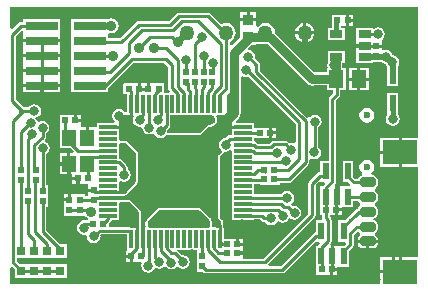
<source format=gtl>
%FSAX25Y25*%
%MOIN*%
G70*
G01*
G75*
G04 Layer_Physical_Order=1*
G04 Layer_Color=255*
%ADD10C,0.05000*%
%ADD11R,0.02165X0.02362*%
%ADD12R,0.05906X0.01181*%
%ADD13R,0.01181X0.05906*%
%ADD14R,0.02362X0.02165*%
%ADD15R,0.04528X0.05512*%
%ADD16R,0.03740X0.03740*%
%ADD17R,0.02165X0.05709*%
%ADD18R,0.02165X0.05709*%
%ADD19R,0.04331X0.02559*%
%ADD20R,0.05118X0.05906*%
%ADD21R,0.02165X0.05709*%
%ADD22R,0.11024X0.02953*%
G04:AMPARAMS|DCode=23|XSize=31.5mil|YSize=51.18mil|CornerRadius=7.87mil|HoleSize=0mil|Usage=FLASHONLY|Rotation=90.000|XOffset=0mil|YOffset=0mil|HoleType=Round|Shape=RoundedRectangle|*
%AMROUNDEDRECTD23*
21,1,0.03150,0.03543,0,0,90.0*
21,1,0.01575,0.05118,0,0,90.0*
1,1,0.01575,0.01772,0.00787*
1,1,0.01575,0.01772,-0.00787*
1,1,0.01575,-0.01772,-0.00787*
1,1,0.01575,-0.01772,0.00787*
%
%ADD23ROUNDEDRECTD23*%
%ADD24R,0.11811X0.08268*%
%ADD25R,0.03150X0.03150*%
%ADD26C,0.01000*%
%ADD27C,0.02000*%
%ADD28C,0.01500*%
%ADD29C,0.01800*%
%ADD30C,0.03000*%
%ADD31C,0.02362*%
%ADD32C,0.03150*%
%ADD33C,0.03500*%
G36*
X0422369Y0279773D02*
X0416925D01*
Y0274938D01*
Y0270106D01*
X0422369D01*
Y0239931D01*
X0416925D01*
Y0235096D01*
X0416426D01*
Y0234597D01*
X0409820D01*
Y0230931D01*
X0286431D01*
Y0236426D01*
X0287078Y0236694D01*
X0287875Y0235896D01*
Y0233077D01*
X0305275D01*
Y0237627D01*
X0289606D01*
X0288599Y0238634D01*
Y0239573D01*
X0305275D01*
Y0244123D01*
X0303108D01*
X0298424Y0248807D01*
Y0256746D01*
X0298983D01*
Y0260092D01*
Y0263854D01*
X0298424D01*
Y0274215D01*
X0298940Y0274560D01*
X0299443Y0275312D01*
X0299619Y0276200D01*
X0299443Y0277088D01*
X0298940Y0277840D01*
X0298188Y0278343D01*
X0298070Y0278366D01*
X0297866Y0279036D01*
X0298065Y0279235D01*
X0298330Y0279632D01*
X0298424Y0280100D01*
X0298424Y0280100D01*
X0298424Y0280100D01*
Y0280100D01*
Y0281182D01*
X0298840Y0281460D01*
X0299343Y0282212D01*
X0299519Y0283100D01*
X0299343Y0283988D01*
X0298840Y0284740D01*
X0298088Y0285243D01*
X0297200Y0285419D01*
X0296312Y0285243D01*
X0296041Y0285061D01*
X0295394Y0285329D01*
X0295343Y0285588D01*
X0294840Y0286340D01*
X0294842Y0286349D01*
X0295388Y0286457D01*
X0296140Y0286960D01*
X0296643Y0287712D01*
X0296819Y0288600D01*
X0296643Y0289488D01*
X0296140Y0290240D01*
X0295388Y0290743D01*
X0294500Y0290919D01*
X0293612Y0290743D01*
X0292860Y0290240D01*
X0292582Y0289824D01*
X0291007D01*
X0290665Y0290165D01*
X0288224Y0292607D01*
Y0313593D01*
X0290030Y0315399D01*
X0290676Y0315131D01*
Y0314824D01*
X0290676Y0314824D01*
X0290676Y0314176D01*
X0290676D01*
Y0312500D01*
X0303100D01*
Y0314176D01*
D01*
Y0314176D01*
X0303100Y0314176D01*
Y0314824D01*
X0303100D01*
Y0319176D01*
X0290676D01*
Y0318224D01*
X0289900D01*
X0289432Y0318130D01*
X0289035Y0317865D01*
X0287078Y0315908D01*
X0286431Y0316176D01*
Y0323269D01*
X0422369D01*
Y0279773D01*
D02*
G37*
%LPC*%
G36*
X0395454Y0235300D02*
X0394073D01*
Y0234017D01*
X0395454D01*
Y0235300D01*
D02*
G37*
G36*
X0415683Y0294728D02*
X0412117D01*
Y0287620D01*
X0412117D01*
X0412117Y0287277D01*
X0411857Y0286888D01*
X0411681Y0286000D01*
X0411857Y0285112D01*
X0412360Y0284360D01*
X0413112Y0283857D01*
X0414000Y0283681D01*
X0414888Y0283857D01*
X0415640Y0284360D01*
X0416143Y0285112D01*
X0416319Y0286000D01*
X0416143Y0286888D01*
X0415670Y0287596D01*
X0415683Y0287620D01*
X0415683D01*
X0415683Y0287620D01*
Y0294728D01*
D02*
G37*
G36*
X0415925Y0239931D02*
X0409820D01*
Y0235597D01*
X0415925D01*
Y0239931D01*
D02*
G37*
G36*
X0405331Y0289682D02*
X0404366Y0289490D01*
X0403549Y0288943D01*
X0403003Y0288126D01*
X0402811Y0287161D01*
X0403003Y0286197D01*
X0403549Y0285380D01*
X0404366Y0284833D01*
X0405331Y0284641D01*
X0406295Y0284833D01*
X0407113Y0285380D01*
X0407659Y0286197D01*
X0407851Y0287161D01*
X0407659Y0288126D01*
X0407113Y0288943D01*
X0406295Y0289490D01*
X0405331Y0289682D01*
D02*
G37*
G36*
X0303100Y0296500D02*
X0297388D01*
Y0294824D01*
X0303100D01*
Y0296500D01*
D02*
G37*
G36*
X0402140Y0298700D02*
X0399381D01*
Y0295547D01*
X0402140D01*
Y0298700D01*
D02*
G37*
G36*
X0310054Y0287283D02*
X0308673D01*
Y0286000D01*
X0310054D01*
Y0287283D01*
D02*
G37*
G36*
X0296388Y0296500D02*
X0290676D01*
Y0294824D01*
X0296388D01*
Y0296500D01*
D02*
G37*
G36*
X0326327Y0239700D02*
X0324946D01*
Y0238417D01*
X0326327D01*
Y0239700D01*
D02*
G37*
G36*
X0305389Y0270595D02*
X0302925D01*
Y0267639D01*
X0305389D01*
Y0270595D01*
D02*
G37*
G36*
X0415925Y0274439D02*
X0409820D01*
Y0270106D01*
X0415925D01*
Y0274439D01*
D02*
G37*
G36*
X0305600Y0260854D02*
X0304317D01*
Y0259473D01*
X0305600D01*
Y0260854D01*
D02*
G37*
G36*
X0308427Y0265700D02*
X0307046D01*
Y0264417D01*
X0308427D01*
Y0265700D01*
D02*
G37*
G36*
X0408887Y0244636D02*
X0406098D01*
Y0242832D01*
X0407370D01*
X0407950Y0242948D01*
X0408442Y0243277D01*
X0408771Y0243769D01*
X0408887Y0244349D01*
Y0244636D01*
D02*
G37*
G36*
X0405098D02*
X0402310D01*
Y0244349D01*
X0402426Y0243769D01*
X0402754Y0243277D01*
X0403246Y0242948D01*
X0403827Y0242832D01*
X0405098D01*
Y0244636D01*
D02*
G37*
G36*
X0305389Y0274550D02*
X0302925D01*
Y0271595D01*
X0305389D01*
Y0274550D01*
D02*
G37*
G36*
X0415925Y0279773D02*
X0409820D01*
Y0275439D01*
X0415925D01*
Y0279773D01*
D02*
G37*
G36*
X0384100Y0317862D02*
X0383765Y0317818D01*
X0382986Y0317495D01*
X0382318Y0316982D01*
X0381805Y0316314D01*
X0381482Y0315535D01*
X0381438Y0315200D01*
X0384100D01*
Y0317862D01*
D02*
G37*
G36*
X0385100D02*
Y0315200D01*
X0387762D01*
X0387718Y0315535D01*
X0387395Y0316314D01*
X0386882Y0316982D01*
X0386214Y0317495D01*
X0385435Y0317818D01*
X0385100Y0317862D01*
D02*
G37*
G36*
X0398373Y0320583D02*
X0393646D01*
Y0317017D01*
X0393648D01*
Y0316160D01*
X0392286D01*
Y0312201D01*
X0398017D01*
Y0316160D01*
X0396605D01*
Y0317017D01*
X0398373D01*
Y0318799D01*
Y0320583D01*
D02*
G37*
G36*
X0352400Y0321424D02*
X0342600D01*
X0342132Y0321330D01*
X0341735Y0321065D01*
X0339293Y0318623D01*
X0329250D01*
X0328782Y0318530D01*
X0328385Y0318265D01*
X0322944Y0312824D01*
X0319084D01*
Y0314152D01*
X0319625Y0314596D01*
X0320100Y0314502D01*
X0321056Y0314692D01*
X0321866Y0315234D01*
X0322408Y0316044D01*
X0322598Y0317000D01*
X0322408Y0317956D01*
X0321866Y0318766D01*
X0321056Y0319308D01*
X0320100Y0319498D01*
X0319144Y0319308D01*
X0318947Y0319176D01*
X0306661D01*
Y0314824D01*
X0306661Y0314824D01*
X0306661Y0314176D01*
X0306661D01*
Y0309824D01*
X0306661Y0309824D01*
X0306661Y0309176D01*
X0306661D01*
Y0304824D01*
X0306661Y0304824D01*
X0306661Y0304176D01*
X0306661D01*
Y0299824D01*
X0306661Y0299824D01*
X0306661Y0299176D01*
X0306661D01*
Y0294824D01*
X0319084D01*
Y0296154D01*
X0327607Y0304677D01*
X0337793D01*
X0339076Y0303393D01*
Y0296397D01*
X0339170Y0295929D01*
X0339435Y0295532D01*
X0339726Y0295240D01*
X0339458Y0294594D01*
X0337754D01*
Y0297883D01*
X0333027D01*
Y0296099D01*
X0332027D01*
Y0297883D01*
X0329873D01*
Y0296099D01*
X0328873D01*
Y0297883D01*
X0324146D01*
Y0294317D01*
X0325446D01*
Y0288341D01*
X0324776Y0288138D01*
X0324440Y0288640D01*
X0323688Y0289143D01*
X0322800Y0289319D01*
X0321912Y0289143D01*
X0321160Y0288640D01*
X0320657Y0287888D01*
X0320481Y0287000D01*
X0320657Y0286112D01*
X0321160Y0285360D01*
X0321363Y0285224D01*
X0321160Y0284554D01*
X0315406D01*
Y0283212D01*
X0315152D01*
Y0283212D01*
X0312688D01*
Y0279755D01*
X0311688D01*
Y0283212D01*
X0310054D01*
Y0283717D01*
X0310054D01*
Y0285000D01*
X0308172D01*
Y0285499D01*
X0307673D01*
Y0287283D01*
X0302946D01*
Y0283717D01*
X0302946D01*
Y0283232D01*
X0302925Y0283212D01*
X0302925D01*
Y0276300D01*
X0306433D01*
X0307536Y0275197D01*
X0307268Y0274550D01*
X0306389D01*
Y0271094D01*
Y0267639D01*
X0307046D01*
Y0266700D01*
X0308928D01*
Y0266201D01*
X0309427D01*
Y0264417D01*
X0312517D01*
Y0264154D01*
X0312517D01*
Y0262773D01*
X0314301D01*
Y0261773D01*
X0312517D01*
Y0260392D01*
Y0260150D01*
X0311383D01*
Y0260854D01*
X0306600D01*
Y0258972D01*
X0306101D01*
Y0258473D01*
X0304317D01*
Y0257092D01*
Y0253746D01*
X0311383D01*
X0311383Y0253746D01*
Y0253746D01*
X0311446Y0253765D01*
X0311734Y0253334D01*
X0312246Y0252992D01*
X0312246Y0252783D01*
X0312246D01*
Y0252409D01*
X0312189Y0252223D01*
X0311000D01*
X0310532Y0252130D01*
X0310135Y0251865D01*
X0310121Y0251845D01*
X0310112Y0251843D01*
X0309360Y0251340D01*
X0308857Y0250588D01*
X0308681Y0249700D01*
X0308857Y0248812D01*
X0309360Y0248060D01*
X0310112Y0247557D01*
X0311000Y0247381D01*
X0311523Y0247485D01*
X0312018Y0246990D01*
X0311981Y0246800D01*
X0312157Y0245912D01*
X0312660Y0245160D01*
X0313412Y0244657D01*
X0314300Y0244481D01*
X0315188Y0244657D01*
X0315940Y0245160D01*
X0316443Y0245912D01*
X0316619Y0246800D01*
X0316522Y0247291D01*
X0316724Y0247494D01*
X0325376D01*
X0325446Y0247424D01*
Y0242406D01*
D01*
Y0242406D01*
X0325022Y0241983D01*
X0324946D01*
Y0240700D01*
X0326828D01*
Y0240201D01*
X0327327D01*
Y0238417D01*
X0329844D01*
X0330288Y0237876D01*
X0330122Y0237042D01*
X0330299Y0236154D01*
X0330802Y0235402D01*
X0331554Y0234899D01*
X0332442Y0234722D01*
X0333329Y0234899D01*
X0334082Y0235402D01*
X0334585Y0236154D01*
D01*
D01*
X0335212Y0236257D01*
Y0236257D01*
X0335212Y0236257D01*
X0336100Y0236081D01*
X0336988Y0236257D01*
X0337688Y0236725D01*
X0338374Y0236588D01*
X0338460Y0236460D01*
X0339212Y0235957D01*
X0340100Y0235781D01*
X0340988Y0235957D01*
X0341740Y0236460D01*
X0341749Y0236473D01*
X0342435Y0236610D01*
X0343112Y0236157D01*
X0344000Y0235981D01*
X0344888Y0236157D01*
X0345640Y0236660D01*
X0346143Y0237412D01*
X0346319Y0238300D01*
X0346143Y0239188D01*
X0345640Y0239940D01*
X0344888Y0240443D01*
X0344000Y0240619D01*
X0343842Y0240588D01*
X0342365Y0242065D01*
X0341968Y0242330D01*
X0341968Y0242330D01*
X0341968D01*
Y0242330D01*
X0341976Y0242406D01*
X0348617D01*
Y0242154D01*
X0348617D01*
Y0238392D01*
Y0235046D01*
X0350551D01*
X0350762Y0234835D01*
X0351159Y0234570D01*
X0351627Y0234476D01*
X0377128D01*
X0377596Y0234570D01*
X0377993Y0234835D01*
X0377993Y0234835D01*
X0377993Y0234835D01*
X0388248Y0245090D01*
X0388277Y0245078D01*
Y0245078D01*
X0388277Y0245078D01*
X0389495D01*
X0389763Y0244431D01*
X0389195Y0243863D01*
X0389100Y0243722D01*
X0388277D01*
Y0236613D01*
X0388346D01*
Y0234017D01*
X0393073D01*
Y0235801D01*
X0393572D01*
Y0236300D01*
X0395454D01*
Y0236613D01*
X0395583Y0236613D01*
D01*
D01*
Y0236613D01*
X0395583D01*
X0395758D01*
X0396078Y0236613D01*
X0396078Y0236613D01*
Y0236613D01*
X0399323D01*
Y0241992D01*
X0400688Y0243357D01*
X0400847Y0243595D01*
X0400953Y0243754D01*
X0401046Y0244222D01*
Y0247316D01*
X0402033Y0248303D01*
X0402730Y0248234D01*
X0402754Y0248198D01*
X0403130Y0247947D01*
Y0247247D01*
X0402754Y0246996D01*
X0402426Y0246504D01*
X0402310Y0245924D01*
Y0245636D01*
X0408887D01*
Y0245924D01*
X0408771Y0246504D01*
X0408442Y0246996D01*
X0408067Y0247247D01*
Y0247947D01*
X0408442Y0248198D01*
X0408771Y0248690D01*
X0408887Y0249270D01*
Y0250845D01*
X0408771Y0251425D01*
X0408442Y0251917D01*
X0407950Y0252246D01*
X0407370Y0252361D01*
Y0252675D01*
X0407950Y0252790D01*
X0408442Y0253119D01*
X0408771Y0253611D01*
X0408887Y0254191D01*
Y0255766D01*
X0408771Y0256347D01*
X0408442Y0256838D01*
X0408067Y0257089D01*
Y0257789D01*
X0408442Y0258040D01*
X0408771Y0258532D01*
X0408887Y0259113D01*
Y0260687D01*
X0408771Y0261268D01*
X0408442Y0261760D01*
X0408067Y0262011D01*
Y0262711D01*
X0408442Y0262962D01*
X0408771Y0263454D01*
X0408887Y0264034D01*
Y0265609D01*
X0408771Y0266189D01*
X0408442Y0266681D01*
X0407950Y0267010D01*
X0407370Y0267125D01*
X0406924D01*
X0406721Y0267795D01*
X0407113Y0268057D01*
X0407659Y0268875D01*
X0407851Y0269839D01*
X0407659Y0270803D01*
X0407113Y0271621D01*
X0406295Y0272167D01*
X0405331Y0272359D01*
X0404366Y0272167D01*
X0403549Y0271621D01*
X0403003Y0270803D01*
X0402811Y0269839D01*
X0403003Y0268875D01*
X0403549Y0268057D01*
X0403827Y0267871D01*
X0403827Y0267302D01*
X0403790Y0267118D01*
X0403246Y0267010D01*
X0402754Y0266681D01*
X0402426Y0266189D01*
X0402397Y0266045D01*
X0401486D01*
X0400823Y0266708D01*
Y0272087D01*
X0397257D01*
Y0264978D01*
X0399093D01*
X0399802Y0264269D01*
X0399534Y0263622D01*
X0397578D01*
X0397578Y0263622D01*
Y0263622D01*
X0397257Y0263622D01*
X0397170D01*
X0397083D01*
X0396762Y0263622D01*
X0396762Y0263622D01*
Y0263622D01*
X0395800D01*
Y0260067D01*
X0394800D01*
Y0263622D01*
X0394929D01*
X0394661Y0264269D01*
X0394708Y0264316D01*
X0394973Y0264713D01*
X0395066Y0265181D01*
X0395066Y0265181D01*
X0395066Y0265181D01*
Y0265181D01*
Y0292236D01*
X0396065Y0293235D01*
X0396330Y0293632D01*
X0396424Y0294100D01*
Y0295547D01*
X0398419D01*
Y0302853D01*
X0397143D01*
Y0304720D01*
X0398017D01*
Y0308680D01*
X0392286D01*
Y0304731D01*
X0392257Y0304688D01*
X0392081Y0303800D01*
X0392257Y0302912D01*
X0392257D01*
X0391901Y0302853D01*
X0391935Y0302858D01*
X0391901Y0302853D01*
X0391901D01*
Y0301643D01*
X0387829D01*
X0374721Y0314751D01*
X0374618Y0315535D01*
X0374295Y0316314D01*
X0373782Y0316982D01*
X0373114Y0317495D01*
X0372335Y0317818D01*
X0371500Y0317928D01*
X0370665Y0317818D01*
X0369886Y0317495D01*
X0369218Y0316982D01*
X0368933Y0316611D01*
X0368270Y0316836D01*
Y0318454D01*
X0363130D01*
Y0316384D01*
X0363130Y0316384D01*
X0363130Y0315816D01*
X0363130D01*
Y0313302D01*
X0360245Y0310417D01*
X0359598Y0310685D01*
Y0311733D01*
X0360014Y0311905D01*
X0360682Y0312418D01*
X0361195Y0313086D01*
X0361518Y0313865D01*
X0361628Y0314700D01*
X0361518Y0315535D01*
X0361195Y0316314D01*
X0360682Y0316982D01*
X0360014Y0317495D01*
X0359235Y0317818D01*
X0358400Y0317928D01*
X0357565Y0317818D01*
X0356821Y0317510D01*
X0353265Y0321065D01*
X0352868Y0321330D01*
X0352400Y0321424D01*
D02*
G37*
G36*
X0409000Y0316519D02*
X0408112Y0316343D01*
X0407673Y0316049D01*
X0407465Y0316160D01*
Y0316160D01*
X0407465Y0316160D01*
X0401735D01*
Y0312201D01*
Y0310940D01*
X0404601D01*
Y0309940D01*
X0401735D01*
Y0308461D01*
Y0304720D01*
X0407465D01*
Y0304946D01*
X0410131D01*
X0410712Y0304557D01*
X0411583Y0304384D01*
X0411657Y0304012D01*
X0412117Y0303324D01*
Y0296872D01*
X0415683D01*
Y0303623D01*
X0415943Y0304012D01*
X0416119Y0304900D01*
X0415943Y0305788D01*
X0415440Y0306540D01*
X0414688Y0307043D01*
X0413965Y0307187D01*
X0413787Y0307364D01*
X0413743Y0307588D01*
X0413240Y0308340D01*
X0412488Y0308843D01*
X0411600Y0309019D01*
X0410824Y0308865D01*
X0410283Y0309309D01*
Y0309673D01*
X0408499D01*
Y0310673D01*
X0410283D01*
Y0312054D01*
X0410283D01*
X0410283Y0312321D01*
X0410640Y0312560D01*
X0411143Y0313312D01*
X0411319Y0314200D01*
X0411143Y0315088D01*
X0410640Y0315840D01*
X0409888Y0316343D01*
X0409000Y0316519D01*
D02*
G37*
G36*
X0365200Y0321524D02*
X0363130D01*
Y0319454D01*
X0365200D01*
Y0321524D01*
D02*
G37*
G36*
X0368270D02*
X0366200D01*
Y0319454D01*
X0368270D01*
Y0321524D01*
D02*
G37*
G36*
X0400754Y0318300D02*
X0399373D01*
Y0317017D01*
X0400754D01*
Y0318300D01*
D02*
G37*
G36*
Y0320583D02*
X0399373D01*
Y0319300D01*
X0400754D01*
Y0320583D01*
D02*
G37*
G36*
X0303100Y0301500D02*
X0290676D01*
Y0299824D01*
X0290676Y0299824D01*
X0290676Y0299176D01*
X0290676D01*
Y0297500D01*
X0303100D01*
Y0299176D01*
D01*
Y0299176D01*
X0303100Y0299176D01*
Y0299824D01*
X0303100D01*
Y0301500D01*
D02*
G37*
G36*
Y0306500D02*
X0290676D01*
Y0304824D01*
X0290676Y0304824D01*
X0290676Y0304176D01*
X0290676D01*
Y0302500D01*
X0303100D01*
Y0304176D01*
D01*
Y0304176D01*
X0303100Y0304176D01*
Y0304824D01*
X0303100D01*
Y0306500D01*
D02*
G37*
G36*
X0405899Y0302853D02*
X0403140D01*
Y0299700D01*
X0405899D01*
Y0302853D01*
D02*
G37*
G36*
Y0298700D02*
X0403140D01*
Y0295547D01*
X0405899D01*
Y0298700D01*
D02*
G37*
G36*
X0402140Y0302853D02*
X0399381D01*
Y0299700D01*
X0402140D01*
Y0302853D01*
D02*
G37*
G36*
X0384100Y0314200D02*
X0381438D01*
X0381482Y0313865D01*
X0381805Y0313086D01*
X0382318Y0312418D01*
X0382986Y0311905D01*
X0383765Y0311582D01*
X0384100Y0311538D01*
Y0314200D01*
D02*
G37*
G36*
X0387762D02*
X0385100D01*
Y0311538D01*
X0385435Y0311582D01*
X0386214Y0311905D01*
X0386882Y0312418D01*
X0387395Y0313086D01*
X0387718Y0313865D01*
X0387762Y0314200D01*
D02*
G37*
G36*
X0303100Y0311500D02*
X0290676D01*
Y0309824D01*
X0290676Y0309824D01*
X0290676Y0309176D01*
X0290676D01*
Y0307500D01*
X0303100D01*
Y0309176D01*
D01*
Y0309176D01*
X0303100Y0309176D01*
Y0309824D01*
X0303100D01*
Y0311500D01*
D02*
G37*
%LPD*%
G36*
X0402426Y0258532D02*
X0402754Y0258040D01*
X0403130Y0257789D01*
Y0257089D01*
X0402754Y0256838D01*
X0402426Y0256347D01*
X0402389Y0256165D01*
X0402110Y0256109D01*
X0401714Y0255844D01*
X0400510Y0254640D01*
X0400461Y0254567D01*
X0398933Y0253039D01*
X0398860Y0252990D01*
X0398056Y0252187D01*
X0395758D01*
Y0245078D01*
X0398034D01*
X0398302Y0244431D01*
X0397592Y0243722D01*
X0396078D01*
X0396078Y0243722D01*
Y0243722D01*
X0395758Y0243722D01*
X0395670D01*
X0395583D01*
X0395263Y0243722D01*
X0395263Y0243722D01*
Y0243722D01*
X0394300D01*
Y0240167D01*
X0393300D01*
Y0243722D01*
X0393428D01*
X0393161Y0244369D01*
X0393208Y0244416D01*
X0393473Y0244813D01*
X0393566Y0245281D01*
Y0252257D01*
X0393473Y0252726D01*
X0393208Y0253123D01*
X0392923Y0253407D01*
Y0253917D01*
X0394573D01*
Y0255701D01*
X0395072D01*
Y0256200D01*
X0396954D01*
Y0256513D01*
X0397083Y0256513D01*
D01*
D01*
Y0256513D01*
X0397083D01*
X0397257D01*
X0397578Y0256513D01*
X0397578Y0256513D01*
Y0256513D01*
X0400823D01*
Y0258677D01*
X0402397D01*
X0402426Y0258532D01*
D02*
G37*
G36*
X0389777Y0264978D02*
Y0264978D01*
X0389777Y0264978D01*
X0390995D01*
X0391263Y0264331D01*
X0390695Y0263763D01*
X0390600Y0263622D01*
X0389777D01*
Y0256513D01*
X0389846D01*
Y0253917D01*
X0390476D01*
Y0252900D01*
X0390511Y0252728D01*
X0390067Y0252187D01*
X0388277D01*
Y0248194D01*
X0387959Y0248130D01*
X0387562Y0247865D01*
X0376621Y0236924D01*
X0372768D01*
X0372500Y0237570D01*
X0387865Y0252935D01*
X0388130Y0253332D01*
X0388224Y0253800D01*
X0388224Y0253800D01*
X0388224Y0253800D01*
Y0253800D01*
Y0263893D01*
X0389446Y0265115D01*
X0389777Y0264978D01*
D02*
G37*
G36*
X0349412Y0255476D02*
X0349412D01*
X0349501Y0255458D01*
X0349501Y0255458D01*
X0349502Y0255458D01*
X0349502Y0255458D01*
X0349541Y0255432D01*
X0349541Y0255432D01*
X0349722Y0255311D01*
X0352638Y0252395D01*
X0352785Y0252175D01*
D01*
Y0252175D01*
X0352837Y0251915D01*
Y0250282D01*
X0352837Y0250282D01*
Y0250282D01*
X0352836Y0250279D01*
Y0250278D01*
X0352836Y0250278D01*
X0352828Y0250237D01*
Y0250202D01*
X0352817Y0250168D01*
X0348197Y0249712D01*
X0346743D01*
X0332391Y0250067D01*
X0332238Y0250253D01*
X0332240Y0250262D01*
Y0250332D01*
Y0251380D01*
Y0251380D01*
X0332274Y0251550D01*
Y0251550D01*
X0332292Y0251640D01*
X0332292Y0251640D01*
X0332292Y0251640D01*
X0332292Y0251640D01*
X0332318Y0251679D01*
X0332318Y0251679D01*
X0332439Y0251860D01*
X0335890Y0255311D01*
X0336110Y0255458D01*
X0336110Y0255458D01*
X0336110D01*
X0336370Y0255510D01*
X0349241D01*
X0349412Y0255476D01*
D02*
G37*
G36*
X0324809Y0277894D02*
X0324809D01*
D01*
X0324820Y0277892D01*
X0324821D01*
X0324821Y0277892D01*
X0324900Y0277876D01*
X0324990Y0277858D01*
X0324990Y0277858D01*
X0324990Y0277858D01*
X0324990Y0277858D01*
X0324990Y0277858D01*
X0325029Y0277832D01*
X0325029Y0277832D01*
X0325029Y0277832D01*
X0325195Y0277721D01*
X0325195Y0277721D01*
X0325195Y0277721D01*
X0325210Y0277711D01*
X0325210Y0277711D01*
X0325210Y0277711D01*
X0328057Y0274864D01*
X0328115Y0274777D01*
X0328204Y0274644D01*
X0328204Y0274644D01*
X0328204Y0274644D01*
Y0274644D01*
X0328221Y0274557D01*
X0328221Y0274557D01*
Y0274557D01*
X0328242Y0274451D01*
X0328242Y0274451D01*
Y0274451D01*
X0328256Y0274384D01*
Y0274384D01*
X0328256Y0274384D01*
Y0271752D01*
X0328269Y0271683D01*
Y0271613D01*
X0328292Y0271500D01*
X0328269Y0271387D01*
Y0271317D01*
X0328256Y0271248D01*
Y0265216D01*
X0328256Y0265216D01*
Y0265216D01*
X0328252Y0265196D01*
Y0265196D01*
X0328252Y0265196D01*
X0328214Y0265008D01*
Y0265008D01*
D01*
X0328204Y0264956D01*
X0328204Y0264956D01*
X0328204Y0264956D01*
X0328204Y0264956D01*
X0328204Y0264955D01*
X0328203Y0264955D01*
X0328203Y0264955D01*
X0328203Y0264955D01*
X0328178Y0264917D01*
X0328177Y0264917D01*
X0328177Y0264916D01*
X0328067Y0264751D01*
X0328067Y0264751D01*
X0328067Y0264751D01*
X0328057Y0264736D01*
X0328057Y0264736D01*
X0328057Y0264736D01*
X0324620Y0261299D01*
X0324400Y0261152D01*
X0324316Y0261135D01*
X0324316Y0261135D01*
X0324140Y0261100D01*
X0322712D01*
Y0261110D01*
X0319058D01*
Y0262110D01*
X0322712D01*
Y0262288D01*
Y0264257D01*
Y0264908D01*
X0323329Y0265238D01*
X0323426Y0265174D01*
X0324313Y0264997D01*
X0325201Y0265174D01*
X0325953Y0265677D01*
X0326456Y0266429D01*
X0326633Y0267317D01*
X0326456Y0268204D01*
X0325953Y0268957D01*
X0325537Y0269235D01*
Y0269887D01*
X0325444Y0270355D01*
X0325178Y0270752D01*
X0323612Y0272318D01*
X0323216Y0272583D01*
X0322747Y0272676D01*
X0322712D01*
Y0272743D01*
Y0274099D01*
Y0276068D01*
Y0276772D01*
X0322821Y0277557D01*
X0322960Y0277892D01*
X0323089D01*
X0323127Y0277887D01*
D01*
X0323127Y0277887D01*
Y0277887D01*
X0323147Y0277892D01*
X0323147D01*
X0323168Y0277891D01*
X0323168Y0277891D01*
Y0277891D01*
X0323185Y0277893D01*
X0323213Y0277902D01*
X0323242D01*
X0323268Y0277907D01*
X0323268Y0277907D01*
X0323282Y0277910D01*
X0323282D01*
X0323282Y0277910D01*
X0324730D01*
X0324809Y0277894D01*
D02*
G37*
G36*
X0364212Y0300057D02*
X0365100Y0299881D01*
X0365842Y0300028D01*
X0381551Y0284318D01*
Y0278142D01*
X0380934Y0277812D01*
X0380888Y0277843D01*
X0380000Y0278019D01*
X0379509Y0277922D01*
X0379090Y0278340D01*
X0378693Y0278605D01*
X0378225Y0278698D01*
X0374251D01*
X0373782Y0278605D01*
X0373386Y0278340D01*
X0372769Y0277724D01*
X0369014D01*
X0368514Y0278223D01*
X0368117Y0278489D01*
X0367649Y0278582D01*
X0367594D01*
Y0279517D01*
X0367846D01*
Y0279517D01*
X0372573D01*
Y0281299D01*
Y0283083D01*
X0367846D01*
D01*
X0367846D01*
X0367594Y0283335D01*
Y0284554D01*
X0361841D01*
X0361573Y0285201D01*
X0362686Y0286314D01*
X0363172Y0287042D01*
X0363343Y0287900D01*
Y0299896D01*
X0363960Y0300225D01*
X0364212Y0300057D01*
D02*
G37*
G36*
X0354418Y0286829D02*
X0354428Y0286725D01*
Y0286620D01*
X0354442Y0286587D01*
X0354445Y0286552D01*
X0354495Y0286459D01*
X0354535Y0286363D01*
X0354571Y0286309D01*
X0354692Y0285700D01*
X0354571Y0285091D01*
X0354225Y0284575D01*
X0353709Y0284229D01*
X0353100Y0284108D01*
X0352748Y0284178D01*
X0352678D01*
X0352609Y0284192D01*
X0352540Y0284178D01*
X0352469D01*
X0352404Y0284151D01*
X0352336Y0284138D01*
X0352277Y0284099D01*
X0352212Y0284072D01*
X0352162Y0284022D01*
X0352104Y0283983D01*
X0349639Y0281518D01*
X0349419Y0281371D01*
X0349326Y0281353D01*
X0343129D01*
X0342962Y0281319D01*
X0339470D01*
X0339071Y0281399D01*
Y0281399D01*
X0339071Y0281399D01*
D01*
X0339001Y0281399D01*
X0338932Y0281413D01*
X0338863Y0281759D01*
Y0281798D01*
X0338869Y0281829D01*
X0338772Y0282317D01*
X0339412Y0282958D01*
X0339678Y0283355D01*
X0339771Y0283823D01*
Y0287288D01*
X0352904D01*
X0354418Y0286829D01*
D02*
G37*
G36*
X0362500Y0294000D02*
Y0287320D01*
X0362460Y0287260D01*
X0360300Y0285100D01*
Y0284554D01*
X0360288D01*
Y0283764D01*
X0363942D01*
Y0282764D01*
X0360288D01*
Y0281973D01*
Y0280550D01*
X0359727D01*
X0359259Y0280457D01*
X0358862Y0280192D01*
X0358358Y0279688D01*
X0358200Y0279719D01*
X0357312Y0279543D01*
X0356560Y0279040D01*
X0356057Y0278288D01*
X0355881Y0277400D01*
X0356057Y0276512D01*
X0356560Y0275760D01*
X0357065Y0275423D01*
X0357054Y0275403D01*
X0357050Y0275392D01*
X0357049Y0275391D01*
X0357049Y0275391D01*
X0357044Y0275376D01*
X0357044Y0275376D01*
X0356961Y0275128D01*
X0356960Y0275127D01*
X0356958Y0275120D01*
X0356957Y0275116D01*
X0356953Y0275105D01*
X0356952Y0275102D01*
X0356951Y0275099D01*
X0356949Y0275096D01*
X0356949Y0275096D01*
X0356949Y0275094D01*
X0356948Y0275093D01*
X0356948Y0275093D01*
X0356948Y0275093D01*
X0356938Y0275062D01*
X0356937Y0275058D01*
X0356929Y0275043D01*
X0356925Y0275034D01*
X0356923Y0275032D01*
X0356919Y0275025D01*
X0356919Y0275024D01*
X0356919Y0275024D01*
X0356915Y0275020D01*
X0356915Y0275020D01*
X0356915Y0275020D01*
X0356913Y0275018D01*
X0356912Y0275015D01*
X0356910Y0275013D01*
X0356910Y0275013D01*
X0356898Y0274998D01*
X0355909Y0274009D01*
X0355700Y0273800D01*
Y0273504D01*
Y0253099D01*
Y0253096D01*
Y0252800D01*
X0355909Y0252591D01*
X0356658Y0251842D01*
X0356661Y0251836D01*
X0356704Y0251795D01*
X0356722Y0251766D01*
X0356722Y0251766D01*
X0356730Y0251754D01*
D01*
X0356730Y0251754D01*
X0356732Y0251752D01*
X0356732Y0251752D01*
X0356732Y0251752D01*
X0356737Y0251746D01*
X0356740Y0251739D01*
X0356774Y0251689D01*
X0356776Y0251687D01*
X0356776Y0251687D01*
X0356798Y0251633D01*
X0356799Y0251631D01*
X0356799Y0251630D01*
Y0251562D01*
X0356800Y0251559D01*
Y0250078D01*
X0356430Y0249742D01*
X0353874Y0249995D01*
X0353626Y0250044D01*
X0353552Y0250069D01*
X0353528Y0250098D01*
X0353536Y0250139D01*
X0353537Y0250143D01*
D01*
X0353550Y0250212D01*
Y0251985D01*
X0353537Y0252054D01*
D01*
X0353485Y0252314D01*
X0353485D01*
X0353485Y0252314D01*
D01*
X0353457Y0252453D01*
X0353431Y0252493D01*
Y0252493D01*
X0353393Y0252549D01*
X0353378Y0252571D01*
Y0252571D01*
X0353231Y0252792D01*
D01*
X0353192Y0252850D01*
X0350177Y0255865D01*
X0349938Y0256025D01*
X0349898Y0256051D01*
X0349898D01*
X0349898Y0256051D01*
D01*
X0349898D01*
X0349780Y0256130D01*
X0349641Y0256158D01*
D01*
X0349551Y0256176D01*
X0349312Y0256224D01*
X0336300D01*
X0336231Y0256210D01*
D01*
X0335971Y0256158D01*
D01*
X0335832Y0256130D01*
X0335714Y0256051D01*
X0335714D01*
X0335493Y0255904D01*
D01*
X0335435Y0255865D01*
X0335385Y0255816D01*
X0331934Y0252365D01*
X0331885Y0252315D01*
X0331725Y0252076D01*
X0331698Y0252036D01*
Y0252036D01*
X0331698Y0252036D01*
D01*
Y0252036D01*
X0331620Y0251918D01*
X0331592Y0251779D01*
D01*
X0331574Y0251689D01*
X0331526Y0251450D01*
Y0251380D01*
Y0250332D01*
Y0250262D01*
X0331535Y0250218D01*
X0331247Y0249809D01*
X0330594Y0249712D01*
X0331173D01*
Y0246058D01*
X0330173D01*
Y0249712D01*
X0329928D01*
Y0254825D01*
X0329928Y0254825D01*
Y0254825D01*
X0329928D01*
X0329928Y0254825D01*
Y0254895D01*
X0329915Y0254964D01*
X0329915Y0254964D01*
X0329881Y0255134D01*
Y0255134D01*
Y0255134D01*
X0329880Y0255140D01*
X0329835Y0255363D01*
X0329756Y0255482D01*
Y0255482D01*
X0329609Y0255702D01*
D01*
X0329570Y0255760D01*
X0326665Y0258665D01*
X0326426Y0258825D01*
X0326426Y0258825D01*
X0326386Y0258852D01*
X0326386Y0258852D01*
X0326268Y0258930D01*
X0326129Y0258958D01*
X0326129Y0258958D01*
X0326039Y0258976D01*
X0326039D01*
D01*
X0325869Y0259010D01*
D01*
X0325800Y0259023D01*
X0323212D01*
X0323102Y0259002D01*
X0323085Y0259000D01*
X0322949Y0259121D01*
X0322792Y0259606D01*
X0322712Y0260010D01*
Y0259142D01*
X0319058D01*
Y0260142D01*
X0322712D01*
Y0260320D01*
Y0260387D01*
X0324210D01*
X0324279Y0260400D01*
D01*
X0324455Y0260435D01*
X0324455Y0260435D01*
X0324678Y0260480D01*
X0325075Y0260745D01*
X0328611Y0264281D01*
X0328650Y0264339D01*
X0328650Y0264339D01*
X0328660Y0264354D01*
X0328771Y0264520D01*
X0328771Y0264520D01*
X0328797Y0264559D01*
X0328797Y0264559D01*
X0328797Y0264560D01*
D01*
Y0264560D01*
X0328876Y0264678D01*
X0328904Y0264817D01*
D01*
X0328914Y0264868D01*
X0328952Y0265057D01*
X0328956Y0265077D01*
Y0265077D01*
X0328969Y0265146D01*
Y0271248D01*
X0329019Y0271500D01*
X0328969Y0271752D01*
Y0274454D01*
X0328956Y0274523D01*
Y0274523D01*
X0328942Y0274590D01*
X0328921Y0274696D01*
X0328921D01*
X0328921Y0274696D01*
D01*
X0328904Y0274783D01*
X0328904Y0274783D01*
X0328904Y0274783D01*
Y0274783D01*
X0328904Y0274783D01*
X0328876Y0274922D01*
X0328833Y0274987D01*
X0328833Y0274987D01*
X0328808Y0275024D01*
X0328797Y0275040D01*
D01*
D01*
X0328797Y0275041D01*
X0328797Y0275041D01*
X0328797Y0275041D01*
Y0275041D01*
D01*
D01*
D01*
D01*
D01*
X0328797Y0275041D01*
X0328708Y0275174D01*
X0328611Y0275319D01*
X0325665Y0278265D01*
X0325607Y0278304D01*
X0325607Y0278304D01*
X0325591Y0278314D01*
X0325426Y0278425D01*
X0325426Y0278425D01*
X0325387Y0278451D01*
X0325387Y0278451D01*
X0325268Y0278530D01*
X0325129Y0278558D01*
X0325129Y0278558D01*
X0325039Y0278576D01*
X0325039D01*
X0325039Y0278576D01*
X0324960Y0278592D01*
X0324960D01*
D01*
X0324948Y0278594D01*
X0324948D01*
X0324948Y0278594D01*
X0324948D01*
X0324869Y0278610D01*
X0324869D01*
X0324800Y0278624D01*
X0323212D01*
X0323143Y0278610D01*
X0323143D01*
X0323128Y0278607D01*
X0323103Y0278602D01*
X0323085Y0278600D01*
X0322888Y0278776D01*
X0322712Y0279319D01*
Y0280005D01*
Y0281973D01*
Y0282764D01*
X0319058D01*
Y0283764D01*
X0322712D01*
Y0284554D01*
X0322700D01*
Y0287300D01*
X0325446D01*
Y0287288D01*
X0326236D01*
Y0290942D01*
X0327236D01*
Y0287288D01*
X0327462D01*
X0327697Y0286847D01*
X0327457Y0286488D01*
X0327281Y0285600D01*
X0327457Y0284712D01*
X0327960Y0283960D01*
X0328712Y0283457D01*
X0329600Y0283281D01*
X0329970Y0283354D01*
X0330385Y0283076D01*
X0330557Y0282212D01*
X0331060Y0281460D01*
X0331812Y0280957D01*
X0332700Y0280781D01*
X0333588Y0280957D01*
X0333934Y0281189D01*
X0334396Y0280997D01*
X0334407Y0280942D01*
X0334910Y0280189D01*
X0335662Y0279686D01*
X0336550Y0279510D01*
X0337437Y0279686D01*
X0338190Y0280189D01*
X0338469Y0280607D01*
X0338932Y0280699D01*
Y0280699D01*
X0338932Y0280699D01*
X0339400Y0280606D01*
X0349229D01*
X0349697Y0280699D01*
X0350094Y0280964D01*
X0352609Y0283478D01*
X0353100Y0283381D01*
X0353988Y0283557D01*
X0354740Y0284060D01*
X0355243Y0284812D01*
X0355419Y0285700D01*
X0355243Y0286588D01*
X0355128Y0286759D01*
X0355364Y0287200D01*
X0357600D01*
X0358700Y0288300D01*
Y0293800D01*
X0360700Y0295800D01*
X0362500Y0294000D01*
D02*
G37*
G36*
X0385314Y0297814D02*
X0385314D01*
X0385314Y0297814D01*
X0385314D01*
X0385314Y0297814D01*
Y0297814D01*
X0385314Y0297814D01*
Y0297814D01*
X0386042Y0297328D01*
X0386277Y0297281D01*
X0386312Y0297257D01*
X0387200Y0297081D01*
X0387583Y0297157D01*
X0391901D01*
Y0295547D01*
X0393976D01*
Y0294607D01*
X0392977Y0293608D01*
X0392712Y0293211D01*
X0392619Y0292742D01*
Y0272087D01*
X0389777D01*
Y0268224D01*
X0389600D01*
X0389132Y0268130D01*
X0388973Y0268024D01*
X0388735Y0267865D01*
X0386135Y0265265D01*
X0385870Y0264868D01*
X0385776Y0264400D01*
Y0254307D01*
X0370893Y0239423D01*
X0364054D01*
Y0239517D01*
X0364054D01*
Y0240800D01*
X0362172D01*
Y0241800D01*
X0364054D01*
Y0242417D01*
Y0243700D01*
X0362172D01*
Y0244199D01*
X0361673D01*
Y0245983D01*
X0357554D01*
Y0249712D01*
X0357554D01*
X0357459Y0249805D01*
X0357459Y0249805D01*
X0357483Y0249924D01*
X0357513Y0250043D01*
X0357510Y0250061D01*
X0357514Y0250078D01*
Y0251559D01*
X0357513Y0251562D01*
X0357513D01*
X0357513Y0251562D01*
Y0251630D01*
X0357512Y0251635D01*
X0357513Y0251639D01*
X0357499Y0251704D01*
X0357499Y0251770D01*
X0357472Y0251835D01*
X0357468Y0251857D01*
X0357468Y0251860D01*
X0357468Y0251860D01*
X0357467Y0251861D01*
X0357459Y0251904D01*
X0357457Y0251906D01*
X0357457Y0251906D01*
X0357456Y0251909D01*
X0357455Y0251912D01*
X0357455Y0251912D01*
X0357454Y0251914D01*
X0357435Y0251960D01*
X0357435Y0251960D01*
X0357435Y0251960D01*
X0357435Y0251960D01*
X0357405Y0252004D01*
X0357399Y0252014D01*
X0357397Y0252019D01*
X0357396Y0252020D01*
X0357393Y0252027D01*
X0357391Y0252030D01*
X0357389Y0252031D01*
X0357367Y0252085D01*
X0357344Y0252120D01*
X0357344Y0252120D01*
X0357334Y0252135D01*
X0357334Y0252135D01*
X0357334Y0252135D01*
X0357333Y0252137D01*
Y0252137D01*
X0357325Y0252149D01*
X0357325Y0252149D01*
X0357325Y0252149D01*
X0357306Y0252178D01*
X0357263Y0252224D01*
X0357253Y0252239D01*
X0357247Y0252245D01*
X0357244Y0252248D01*
X0357242Y0252251D01*
X0357240Y0252252D01*
X0357227Y0252271D01*
X0357227Y0252271D01*
X0357222Y0252274D01*
X0357193Y0252315D01*
X0357168Y0252338D01*
X0357163Y0252347D01*
X0356414Y0253096D01*
Y0253099D01*
Y0273504D01*
X0357402Y0274493D01*
X0357421Y0274521D01*
X0357447Y0274542D01*
X0357459Y0274557D01*
X0357460Y0274557D01*
X0357460Y0274558D01*
X0357463Y0274564D01*
X0357465Y0274565D01*
X0357466Y0274567D01*
X0357466Y0274567D01*
X0357467Y0274568D01*
X0357469Y0274570D01*
X0357469Y0274570D01*
X0357469Y0274570D01*
X0357470Y0274572D01*
X0357500Y0274628D01*
X0357537Y0274672D01*
X0357538Y0274672D01*
X0357538Y0274673D01*
X0357545Y0274681D01*
X0357549Y0274689D01*
X0357549Y0274690D01*
X0357552Y0274693D01*
X0357556Y0274702D01*
X0357557Y0274704D01*
X0357559Y0274706D01*
X0357567Y0274721D01*
X0357586Y0274783D01*
X0357595Y0274800D01*
X0357614Y0274833D01*
X0357624Y0274862D01*
X0357624Y0274862D01*
X0357624Y0274862D01*
X0357624Y0274862D01*
X0357624Y0274864D01*
Y0274864D01*
X0357624Y0274864D01*
X0357624Y0274864D01*
X0357624Y0274864D01*
X0357625Y0274865D01*
D01*
D01*
D01*
Y0274865D01*
X0357625Y0274865D01*
X0357625Y0274867D01*
X0357626Y0274867D01*
X0357629Y0274879D01*
X0357630D01*
X0357629Y0274879D01*
X0357631Y0274882D01*
X0357632Y0274884D01*
X0357632Y0274886D01*
X0357632D01*
X0357632Y0274886D01*
X0357720Y0275147D01*
X0358064Y0275108D01*
X0358200Y0275081D01*
X0359088Y0275257D01*
X0359671Y0275647D01*
X0360288Y0275317D01*
Y0274099D01*
Y0272131D01*
Y0270162D01*
Y0268194D01*
Y0266225D01*
Y0264257D01*
Y0262288D01*
Y0260320D01*
Y0258351D01*
Y0256383D01*
Y0254414D01*
Y0252446D01*
X0367594D01*
Y0252513D01*
X0369757D01*
X0370235Y0252035D01*
X0370632Y0251770D01*
X0371100Y0251677D01*
X0371482D01*
X0371760Y0251260D01*
X0372512Y0250757D01*
X0373400Y0250581D01*
X0374288Y0250757D01*
X0375040Y0251260D01*
X0375543Y0252012D01*
X0375543D01*
D01*
X0376412Y0251557D01*
X0376412Y0251557D01*
X0376412Y0251557D01*
X0377300Y0251381D01*
X0378188Y0251557D01*
X0378940Y0252060D01*
X0379443Y0252812D01*
X0380137Y0252674D01*
X0380312Y0252557D01*
X0381200Y0252381D01*
X0382088Y0252557D01*
X0382840Y0253060D01*
X0383343Y0253812D01*
X0383519Y0254700D01*
X0383343Y0255588D01*
X0382840Y0256340D01*
X0382088Y0256843D01*
X0381200Y0257019D01*
X0380458Y0256872D01*
X0379865Y0257465D01*
X0379865Y0257618D01*
X0380440Y0258002D01*
X0380943Y0258754D01*
X0381119Y0259642D01*
X0380943Y0260529D01*
X0380440Y0261282D01*
X0379688Y0261785D01*
X0378800Y0261961D01*
X0377912Y0261785D01*
X0377160Y0261282D01*
X0376882Y0260865D01*
X0367594D01*
Y0262288D01*
Y0264257D01*
Y0264324D01*
X0369246D01*
Y0264017D01*
X0376354D01*
Y0264676D01*
X0379200D01*
X0379668Y0264770D01*
X0380065Y0265035D01*
X0385765Y0270735D01*
X0386030Y0271132D01*
X0386123Y0271600D01*
Y0272442D01*
X0386741Y0272772D01*
X0386912Y0272657D01*
X0387800Y0272481D01*
X0388688Y0272657D01*
X0389440Y0273160D01*
X0389943Y0273912D01*
X0390119Y0274800D01*
X0389943Y0275688D01*
X0389440Y0276440D01*
X0389124Y0276652D01*
Y0283182D01*
X0389540Y0283460D01*
X0390043Y0284212D01*
X0390219Y0285100D01*
X0390043Y0285988D01*
X0389540Y0286740D01*
X0388788Y0287243D01*
X0387900Y0287419D01*
X0387012Y0287243D01*
X0386260Y0286740D01*
X0386098Y0286498D01*
X0385401Y0286429D01*
X0369724Y0302107D01*
Y0304100D01*
X0369630Y0304568D01*
X0369365Y0304965D01*
X0368038Y0306292D01*
X0368119Y0306700D01*
X0367943Y0307588D01*
X0367440Y0308340D01*
X0366688Y0308843D01*
X0365800Y0309019D01*
X0365588Y0309416D01*
X0366848Y0310676D01*
X0368270D01*
Y0311057D01*
X0372071D01*
X0385314Y0297814D01*
D02*
G37*
G36*
X0325900Y0258276D02*
X0325900D01*
D01*
X0325990Y0258258D01*
X0325990Y0258258D01*
X0325990Y0258258D01*
X0325990Y0258258D01*
X0326029Y0258232D01*
X0326029Y0258232D01*
X0326029Y0258232D01*
X0326210Y0258111D01*
X0329015Y0255306D01*
X0329163Y0255085D01*
X0329180Y0255001D01*
X0329180Y0255000D01*
Y0255000D01*
X0329181Y0254995D01*
X0329181Y0254995D01*
X0329215Y0254825D01*
Y0254825D01*
X0329215Y0254825D01*
X0329215Y0254825D01*
Y0249712D01*
X0329205D01*
Y0246058D01*
X0328205D01*
Y0249712D01*
X0326554D01*
X0326351Y0249848D01*
X0325883Y0249941D01*
X0319354D01*
Y0251124D01*
X0319924Y0251694D01*
X0320189Y0252091D01*
X0320260Y0252446D01*
X0322712D01*
Y0254414D01*
Y0256383D01*
Y0257170D01*
X0322822Y0257960D01*
X0322959Y0258293D01*
X0323089D01*
X0323127Y0258287D01*
D01*
X0323127Y0258287D01*
X0323127Y0258287D01*
X0323148Y0258293D01*
X0323148D01*
X0323169Y0258291D01*
D01*
X0323169Y0258291D01*
Y0258291D01*
X0323186Y0258293D01*
X0323213Y0258302D01*
X0323242D01*
X0323282Y0258310D01*
X0325730D01*
X0325900Y0258276D01*
D02*
G37*
%LPC*%
G36*
X0396954Y0255200D02*
X0395573D01*
Y0253917D01*
X0396954D01*
Y0255200D01*
D02*
G37*
G36*
X0374954Y0283083D02*
X0373573D01*
Y0281800D01*
X0374954D01*
Y0283083D01*
D02*
G37*
G36*
X0364054Y0245983D02*
X0362673D01*
Y0244700D01*
X0364054D01*
Y0245983D01*
D02*
G37*
G36*
X0374954Y0280800D02*
X0373573D01*
Y0279517D01*
X0374954D01*
Y0280800D01*
D02*
G37*
%LPD*%
D10*
X0384600Y0314700D02*
D03*
X0371500D02*
D03*
X0358400D02*
D03*
X0345300D02*
D03*
D11*
X0314300Y0262273D02*
D03*
Y0258927D02*
D03*
X0290100Y0265727D02*
D03*
Y0269073D02*
D03*
X0294900Y0265727D02*
D03*
Y0269073D02*
D03*
X0292400Y0258627D02*
D03*
Y0261973D02*
D03*
X0297200Y0258627D02*
D03*
Y0261973D02*
D03*
X0306100Y0255627D02*
D03*
Y0258973D02*
D03*
X0309600D02*
D03*
Y0255627D02*
D03*
X0345100Y0298227D02*
D03*
Y0301573D02*
D03*
X0348000Y0298227D02*
D03*
Y0301573D02*
D03*
X0350900Y0298227D02*
D03*
Y0301573D02*
D03*
X0353800Y0298227D02*
D03*
Y0301573D02*
D03*
X0350400Y0236927D02*
D03*
Y0240273D02*
D03*
X0408500Y0306827D02*
D03*
Y0310173D02*
D03*
D12*
X0319059Y0271453D02*
D03*
X0363941Y0275390D02*
D03*
Y0277358D02*
D03*
Y0271453D02*
D03*
X0319059Y0269484D02*
D03*
X0363941Y0267516D02*
D03*
Y0253736D02*
D03*
Y0261610D02*
D03*
X0319059Y0279327D02*
D03*
Y0277358D02*
D03*
Y0283264D02*
D03*
Y0261610D02*
D03*
Y0259642D02*
D03*
Y0265547D02*
D03*
Y0263579D02*
D03*
Y0273421D02*
D03*
Y0255705D02*
D03*
Y0267516D02*
D03*
X0363941Y0269484D02*
D03*
X0319059Y0257673D02*
D03*
X0363941Y0283264D02*
D03*
X0319059Y0275390D02*
D03*
Y0281295D02*
D03*
Y0253736D02*
D03*
X0363941Y0279327D02*
D03*
Y0281295D02*
D03*
Y0255705D02*
D03*
Y0259642D02*
D03*
Y0257673D02*
D03*
Y0263579D02*
D03*
Y0265547D02*
D03*
Y0273421D02*
D03*
D13*
X0330673Y0290941D02*
D03*
X0334610D02*
D03*
X0332642D02*
D03*
X0338547Y0246059D02*
D03*
X0332642D02*
D03*
X0330673D02*
D03*
X0344453Y0290941D02*
D03*
Y0246059D02*
D03*
X0352327D02*
D03*
X0348390D02*
D03*
Y0290941D02*
D03*
X0350358Y0246059D02*
D03*
X0336579D02*
D03*
X0340516D02*
D03*
X0342484D02*
D03*
X0346421D02*
D03*
X0354295D02*
D03*
X0356264D02*
D03*
X0354295Y0290941D02*
D03*
X0350358D02*
D03*
X0352327D02*
D03*
X0340516D02*
D03*
X0342484D02*
D03*
X0326736D02*
D03*
X0334610Y0246059D02*
D03*
X0346421Y0290941D02*
D03*
X0336579D02*
D03*
X0338547D02*
D03*
X0356264D02*
D03*
X0328705Y0246059D02*
D03*
X0326736D02*
D03*
X0328705Y0290941D02*
D03*
D14*
X0362173Y0241300D02*
D03*
X0358827D02*
D03*
X0314127Y0251000D02*
D03*
X0317473D02*
D03*
X0312273Y0266200D02*
D03*
X0308927D02*
D03*
X0308173Y0285500D02*
D03*
X0304827D02*
D03*
X0335873Y0296100D02*
D03*
X0332527D02*
D03*
X0326027D02*
D03*
X0329373D02*
D03*
X0369727Y0281300D02*
D03*
X0373073D02*
D03*
X0371127Y0265800D02*
D03*
X0374473D02*
D03*
X0371127Y0268800D02*
D03*
X0374473D02*
D03*
X0395073Y0255700D02*
D03*
X0391727D02*
D03*
X0393573Y0235800D02*
D03*
X0390227D02*
D03*
X0362173Y0244200D02*
D03*
X0358827D02*
D03*
X0330173Y0240200D02*
D03*
X0326827D02*
D03*
X0398873Y0318800D02*
D03*
X0395527D02*
D03*
D15*
X0312188Y0271094D02*
D03*
Y0279756D02*
D03*
X0305889D02*
D03*
Y0271094D02*
D03*
D16*
X0365700Y0313246D02*
D03*
Y0318954D02*
D03*
D17*
X0391560Y0260068D02*
D03*
X0390060Y0240168D02*
D03*
D18*
X0395300Y0260068D02*
D03*
X0399040D02*
D03*
Y0268532D02*
D03*
X0391560D02*
D03*
X0393800Y0240168D02*
D03*
X0397540D02*
D03*
Y0248632D02*
D03*
X0390060D02*
D03*
D19*
X0404600Y0306700D02*
D03*
Y0310440D02*
D03*
Y0314180D02*
D03*
X0395151D02*
D03*
Y0306700D02*
D03*
D20*
X0402640Y0299200D02*
D03*
X0395160D02*
D03*
D21*
X0413900Y0291174D02*
D03*
Y0300426D02*
D03*
D22*
X0312872Y0297000D02*
D03*
X0296888D02*
D03*
X0312872Y0302000D02*
D03*
X0296888D02*
D03*
X0312872Y0307000D02*
D03*
X0296888D02*
D03*
X0312872Y0312000D02*
D03*
X0296888D02*
D03*
X0312872Y0317000D02*
D03*
X0296888D02*
D03*
D23*
X0405598Y0264821D02*
D03*
Y0254979D02*
D03*
Y0250058D02*
D03*
Y0245136D02*
D03*
Y0259900D02*
D03*
D24*
X0416425Y0274939D02*
D03*
Y0235097D02*
D03*
D25*
X0290150Y0241848D02*
D03*
Y0235352D02*
D03*
X0294433D02*
D03*
Y0241848D02*
D03*
X0298717D02*
D03*
Y0235352D02*
D03*
X0303000D02*
D03*
Y0241848D02*
D03*
D26*
X0393573Y0235800D02*
Y0239941D01*
X0390227Y0235800D02*
Y0240001D01*
X0388428Y0247000D02*
X0390200D01*
X0377128Y0235700D02*
X0388428Y0247000D01*
X0351627Y0235700D02*
X0377128D01*
X0350400Y0236927D02*
X0351627Y0235700D01*
X0395073Y0255700D02*
Y0259841D01*
X0391727Y0255700D02*
Y0259901D01*
X0382775Y0272651D02*
Y0284825D01*
X0378924Y0268800D02*
X0382775Y0272651D01*
X0374473Y0268800D02*
X0378924D01*
X0365150Y0302250D02*
X0365350D01*
X0382775Y0284825D01*
X0370932Y0268800D02*
X0371332Y0268400D01*
X0369000Y0268800D02*
X0370932D01*
X0367716Y0267516D02*
X0369000Y0268800D01*
X0363941Y0267516D02*
X0367716D01*
X0365288Y0306688D02*
X0365912D01*
X0368500Y0304100D01*
Y0301600D02*
Y0304100D01*
Y0301600D02*
X0384900Y0285200D01*
Y0271600D02*
Y0285200D01*
X0379200Y0265900D02*
X0384900Y0271600D01*
X0374473Y0265900D02*
X0379200D01*
X0367903Y0274700D02*
X0375400D01*
X0367213Y0275390D02*
X0367903Y0274700D01*
X0363941Y0275390D02*
X0367213D01*
X0373276Y0276500D02*
X0374251Y0277475D01*
X0368507Y0276500D02*
X0373276D01*
X0367649Y0277358D02*
X0368507Y0276500D01*
X0363941Y0277358D02*
X0367649D01*
X0378225Y0277475D02*
X0380000Y0275700D01*
X0374251Y0277475D02*
X0378225D01*
X0377500Y0272300D02*
X0377519D01*
X0376653Y0271453D02*
X0377500Y0272300D01*
X0373400Y0271453D02*
X0376653D01*
X0363941D02*
X0375053D01*
X0363941Y0265547D02*
X0370484D01*
X0356675Y0296871D02*
Y0310949D01*
X0349124Y0318500D02*
X0356675Y0310949D01*
X0354295Y0290941D02*
Y0294491D01*
X0356675Y0296871D01*
X0343800Y0318500D02*
X0349124D01*
X0340800Y0315500D02*
X0343800Y0318500D01*
X0330425Y0315500D02*
X0340800D01*
X0326100Y0311175D02*
X0330425Y0315500D01*
X0326100Y0308100D02*
Y0311175D01*
X0319600Y0301600D02*
X0326100Y0308100D01*
X0310092Y0301600D02*
X0319600D01*
X0356264Y0290941D02*
Y0294056D01*
X0358375Y0296166D01*
Y0314225D01*
X0352400Y0320200D02*
X0358375Y0314225D01*
X0342600Y0320200D02*
X0352400D01*
X0339800Y0317400D02*
X0342600Y0320200D01*
X0329250Y0317400D02*
X0339800D01*
X0323450Y0311600D02*
X0329250Y0317400D01*
X0310092Y0311600D02*
X0323450D01*
X0336324Y0281600D02*
X0338547Y0283823D01*
X0343129Y0280129D02*
X0351453D01*
X0341400Y0278400D02*
X0343129Y0280129D01*
X0339400Y0281829D02*
X0349229D01*
X0351453Y0280129D02*
X0354588Y0283264D01*
X0355100D01*
X0349229Y0281829D02*
X0353100Y0285700D01*
X0331300Y0278400D02*
X0341400D01*
X0336300Y0281600D02*
X0336324D01*
X0338547Y0283823D02*
Y0290941D01*
X0329900Y0286500D02*
X0330673Y0287273D01*
X0326736Y0282964D02*
X0331300Y0278400D01*
X0326736Y0282964D02*
Y0290941D01*
X0322557Y0287143D02*
X0326736Y0282964D01*
X0332642Y0283158D02*
Y0290941D01*
X0336579Y0287379D02*
Y0290941D01*
X0335800Y0286600D02*
X0336579Y0287379D01*
X0327746Y0265146D02*
Y0274454D01*
X0324210Y0261610D02*
X0327746Y0265146D01*
X0322747Y0271453D02*
X0324313Y0269887D01*
Y0267317D02*
Y0269887D01*
X0332750Y0250262D02*
X0352277D01*
X0352327Y0250212D02*
Y0251985D01*
X0349312Y0255000D02*
X0352327Y0251985D01*
X0336300Y0255000D02*
X0349312D01*
X0332750Y0251450D02*
X0336300Y0255000D01*
X0332750Y0250262D02*
Y0251450D01*
X0330673Y0246059D02*
Y0261100D01*
X0328705Y0246059D02*
Y0254895D01*
X0325800Y0257800D02*
X0328705Y0254895D01*
X0323212Y0257800D02*
X0325800D01*
X0354700Y0252016D02*
X0356200Y0250516D01*
Y0246123D02*
Y0250516D01*
X0354700Y0252016D02*
Y0278224D01*
X0359740Y0283264D01*
X0363941D01*
X0326736Y0246059D02*
Y0247864D01*
X0325883Y0248717D02*
X0326736Y0247864D01*
X0316217Y0248717D02*
X0325883D01*
X0314300Y0246800D02*
X0316217Y0248717D01*
X0319059Y0259642D02*
X0329215D01*
X0319059Y0261610D02*
X0324210D01*
X0329215Y0259642D02*
X0330673Y0261100D01*
X0323212Y0277400D02*
X0324800D01*
X0327746Y0274454D01*
X0340400Y0313400D02*
X0341100Y0312700D01*
X0332900Y0313400D02*
X0340400D01*
X0329200Y0309700D02*
X0332900Y0313400D01*
X0347900Y0311000D02*
X0350300Y0313400D01*
X0347900Y0302373D02*
Y0311000D01*
X0371100Y0252900D02*
X0373400D01*
X0370264Y0253736D02*
X0371100Y0252900D01*
X0363941Y0253736D02*
X0370264D01*
X0363941Y0257673D02*
X0376727D01*
X0377800Y0256600D01*
X0379000D01*
X0380800Y0254800D01*
X0381300D01*
X0377500Y0253900D02*
X0378300D01*
X0375695Y0255705D02*
X0377500Y0253900D01*
X0363941Y0255705D02*
X0375695D01*
X0356200Y0245572D02*
X0356264Y0245636D01*
X0356200Y0245000D02*
Y0245572D01*
Y0245000D02*
X0357000Y0244200D01*
X0358123D01*
X0356200Y0246123D02*
X0356264Y0246059D01*
X0386973Y0232500D02*
X0409228D01*
X0414092Y0238592D02*
Y0246279D01*
X0411825Y0236325D02*
X0414092Y0238592D01*
X0411825Y0235097D02*
Y0236325D01*
X0310192Y0307000D02*
X0319900D01*
X0334300Y0309600D02*
X0338400D01*
X0342325Y0305675D01*
X0365800Y0241300D02*
X0367200Y0242700D01*
X0362173Y0241300D02*
X0365800D01*
X0365700Y0244200D02*
X0367200Y0242700D01*
X0362173Y0244200D02*
X0365700D01*
X0355783Y0241300D02*
X0358827D01*
X0354295Y0242787D02*
X0355783Y0241300D01*
X0354295Y0242787D02*
Y0246059D01*
X0342325Y0296776D02*
Y0305675D01*
X0353700Y0296300D02*
Y0298532D01*
X0352327Y0294927D02*
X0353700Y0296300D01*
X0352327Y0290941D02*
Y0294927D01*
X0350900Y0296500D02*
Y0298731D01*
X0350358Y0295958D02*
X0350900Y0296500D01*
X0350358Y0290941D02*
Y0295958D01*
X0358500Y0278100D02*
X0359727Y0279327D01*
X0363941D01*
X0344453Y0290941D02*
Y0294647D01*
X0344006Y0295094D02*
X0344453Y0294647D01*
X0344006Y0295094D02*
Y0295095D01*
X0342325Y0296776D02*
X0344006Y0295095D01*
X0345706Y0295798D02*
Y0297825D01*
X0345100Y0298431D02*
X0345706Y0297825D01*
Y0295798D02*
X0346421Y0295083D01*
Y0290941D02*
Y0295083D01*
X0330673Y0287273D02*
Y0290941D01*
X0328705D02*
Y0295431D01*
X0326736Y0290941D02*
Y0295391D01*
X0330673Y0240200D02*
Y0246059D01*
X0350358Y0240315D02*
Y0246059D01*
X0363941Y0259642D02*
X0378800D01*
X0353700Y0297731D02*
X0353900Y0297932D01*
X0344800D02*
X0345100Y0297632D01*
X0334610Y0239890D02*
Y0246059D01*
X0353900Y0302668D02*
Y0305500D01*
X0350900Y0302668D02*
Y0307600D01*
X0345100Y0302368D02*
Y0305600D01*
X0347900Y0296400D02*
Y0298731D01*
Y0296400D02*
X0348390Y0295910D01*
Y0290941D02*
Y0295910D01*
X0314421Y0261610D02*
X0319059D01*
X0314500Y0259642D02*
X0319059D01*
Y0283264D02*
X0326436D01*
X0330673Y0261100D02*
Y0265627D01*
X0363941Y0281295D02*
X0369005D01*
X0369300Y0281000D01*
X0377200Y0284227D02*
Y0285100D01*
X0309600Y0258927D02*
X0314300D01*
X0329200Y0296273D02*
Y0299900D01*
X0290100Y0241898D02*
Y0265527D01*
X0297200Y0262173D02*
Y0276200D01*
X0313002Y0273421D02*
X0319059D01*
X0319024Y0275425D02*
X0319059Y0275390D01*
X0309038Y0275425D02*
X0319024D01*
X0304750Y0279713D02*
X0309038Y0275425D01*
X0294500Y0269073D02*
X0294800Y0268773D01*
X0294500Y0269073D02*
Y0277400D01*
X0297200Y0280100D01*
X0304827Y0280207D02*
Y0285500D01*
X0312273Y0266200D02*
Y0271009D01*
X0305889Y0266311D02*
Y0271094D01*
X0306000Y0266200D02*
X0308927D01*
X0302706Y0271094D02*
X0305889D01*
X0301700Y0272100D02*
X0302706Y0271094D01*
X0301700Y0272100D02*
Y0287100D01*
X0302900Y0288300D01*
X0310700D01*
X0312188Y0286812D01*
Y0279756D02*
Y0286812D01*
X0308173Y0285500D02*
X0312188D01*
X0310800Y0262273D02*
X0314300D01*
X0332642Y0236542D02*
Y0246059D01*
X0332400Y0236300D02*
X0332642Y0236542D01*
X0326827Y0240909D02*
X0328705Y0242787D01*
Y0246059D01*
X0326827Y0240200D02*
Y0240909D01*
X0297200Y0248300D02*
Y0258827D01*
Y0248300D02*
X0303000Y0242500D01*
Y0241848D02*
Y0242500D01*
X0298717Y0241848D02*
Y0244379D01*
X0294800Y0248296D02*
X0298717Y0244379D01*
X0294800Y0248296D02*
Y0265427D01*
X0292400Y0247600D02*
Y0258927D01*
Y0247600D02*
X0294433Y0245567D01*
Y0241848D02*
Y0245567D01*
X0308927Y0264146D02*
Y0266200D01*
Y0264146D02*
X0310800Y0262273D01*
X0306100Y0255627D02*
X0311873D01*
X0312600Y0254900D01*
X0306100Y0258973D02*
Y0266100D01*
X0299500Y0287100D02*
X0301700D01*
X0310092Y0316600D02*
X0314900D01*
X0329373Y0296100D02*
X0332527D01*
X0334500Y0291051D02*
X0334600Y0291151D01*
Y0294212D01*
X0335873Y0295486D01*
Y0296100D01*
X0310092Y0296600D02*
X0317800D01*
X0327100Y0305900D01*
X0338300D01*
X0340300Y0303900D01*
Y0296397D02*
Y0303900D01*
Y0296397D02*
X0342306Y0294391D01*
Y0291119D02*
Y0294391D01*
Y0291119D02*
X0342484Y0290941D01*
X0307600Y0288500D02*
Y0292000D01*
X0317500D01*
X0325400Y0299900D02*
X0329200D01*
X0317500Y0292000D02*
X0325400Y0299900D01*
X0329200D02*
X0329500Y0300200D01*
X0334500D01*
X0328800Y0300300D02*
Y0303000D01*
X0320780Y0295020D02*
X0322900Y0292900D01*
X0294900Y0291700D02*
X0296888Y0293688D01*
Y0312000D01*
X0312872Y0317000D02*
X0320100D01*
X0290150Y0235352D02*
X0303000D01*
X0293800Y0280600D02*
X0293900D01*
X0292400Y0262273D02*
Y0271800D01*
Y0279200D01*
X0293800Y0280600D01*
X0290100Y0268873D02*
Y0281600D01*
X0293000Y0284500D01*
X0297275Y0289325D02*
X0299500Y0287100D01*
X0294900Y0291700D02*
X0295225Y0291375D01*
X0295649D01*
X0297275Y0289749D01*
Y0289325D02*
Y0289749D01*
X0297200Y0280100D02*
Y0283100D01*
X0317800Y0251000D02*
Y0251300D01*
X0319059Y0252559D01*
Y0253736D01*
X0311000Y0251000D02*
X0314127D01*
X0319059Y0271453D02*
X0322747D01*
X0287375Y0238127D02*
X0290150Y0235352D01*
X0287375Y0238127D02*
Y0285175D01*
X0290800Y0288600D01*
X0292400D01*
X0289900Y0317000D02*
X0296888D01*
X0287000Y0314100D02*
X0289900Y0317000D01*
X0287000Y0292100D02*
Y0314100D01*
X0290500Y0288600D02*
X0294500D01*
X0287000Y0292100D02*
X0289800Y0289300D01*
X0290500Y0288600D01*
X0289800Y0287600D02*
Y0289300D01*
X0334610Y0239890D02*
X0336100Y0238400D01*
X0336579Y0242021D02*
Y0246059D01*
X0338547Y0242787D02*
Y0246059D01*
Y0242787D02*
X0340135Y0241200D01*
X0341500D01*
X0344400Y0238300D01*
X0336579Y0242021D02*
X0340550Y0238050D01*
X0387900Y0274900D02*
Y0285100D01*
X0395300Y0260068D02*
X0395543Y0260310D01*
Y0264600D01*
Y0268243D01*
Y0264477D02*
Y0264600D01*
X0394986Y0263920D02*
X0395543Y0264477D01*
X0394986Y0260382D02*
Y0263920D01*
Y0260382D02*
X0395300Y0260068D01*
X0391700Y0252900D02*
X0392342Y0252257D01*
X0391700Y0252900D02*
Y0255673D01*
X0391727Y0255700D01*
X0393800Y0244334D02*
X0394042Y0244577D01*
X0390060Y0240168D02*
Y0242998D01*
X0392342Y0245281D01*
X0394042Y0244577D02*
Y0246800D01*
X0392342Y0245281D02*
Y0252257D01*
X0393800Y0240168D02*
Y0244334D01*
X0404479Y0254979D02*
X0405598D01*
X0397540Y0248632D02*
Y0249940D01*
X0402579Y0254979D02*
X0405598D01*
X0397540Y0249940D02*
X0399725Y0252125D01*
X0399749D01*
X0401375Y0253751D01*
Y0253775D01*
X0402579Y0254979D01*
X0399208Y0259900D02*
X0405598D01*
X0400980Y0264821D02*
X0405598D01*
X0399040Y0266761D02*
X0400980Y0264821D01*
X0399040Y0266761D02*
Y0268532D01*
X0397540Y0240168D02*
Y0241939D01*
X0399823Y0244222D01*
Y0247823D01*
X0402058Y0250058D01*
X0405598D01*
X0352327Y0242352D02*
Y0246059D01*
Y0242352D02*
X0356478Y0238200D01*
X0371400D01*
X0387000Y0253800D01*
Y0264400D01*
X0389600Y0267000D01*
X0391600D01*
X0404600Y0310440D02*
X0413760D01*
X0399240D02*
X0404600D01*
X0391560Y0260068D02*
Y0262898D01*
X0393843Y0265181D01*
Y0292742D01*
X0395200Y0294100D01*
Y0300302D01*
X0404600Y0314180D02*
X0408280D01*
D27*
X0342258Y0311458D02*
X0345300Y0314500D01*
Y0314700D01*
X0342258Y0311458D02*
Y0311658D01*
X0384600Y0310300D02*
Y0314700D01*
X0373000Y0289300D02*
X0377200Y0285100D01*
X0368654Y0289300D02*
X0373000D01*
X0312872Y0317000D02*
X0319500D01*
X0413900Y0302226D02*
Y0304800D01*
X0412000Y0306700D02*
X0413900Y0304800D01*
X0404600Y0306700D02*
X0412000D01*
D28*
X0395127Y0314205D02*
Y0318600D01*
D29*
X0413900Y0286900D02*
Y0291574D01*
D30*
X0394900Y0300602D02*
X0395200Y0300302D01*
X0394900Y0300602D02*
Y0305549D01*
X0395151Y0305800D01*
X0352100Y0278900D02*
X0361100Y0287900D01*
Y0308100D01*
X0366300Y0313300D01*
X0373000D01*
X0386900Y0299400D01*
X0394200D01*
D31*
X0405331Y0287161D02*
D03*
Y0269839D02*
D03*
D32*
X0387900Y0285100D02*
D03*
X0387800Y0274800D02*
D03*
X0385000Y0289900D02*
D03*
X0390900Y0288700D02*
D03*
X0420400Y0268100D02*
D03*
X0420500Y0241700D02*
D03*
X0411100Y0251700D02*
D03*
X0401300Y0239000D02*
D03*
X0398600Y0254900D02*
D03*
X0398400Y0233300D02*
D03*
X0386400Y0240700D02*
D03*
X0386000Y0232700D02*
D03*
X0380800Y0243600D02*
D03*
X0376200Y0239000D02*
D03*
X0387800Y0270100D02*
D03*
X0381500Y0263700D02*
D03*
X0378200Y0272000D02*
D03*
X0379700Y0283700D02*
D03*
X0380000Y0275700D02*
D03*
X0373000Y0302457D02*
D03*
X0375400Y0274700D02*
D03*
X0369200Y0262500D02*
D03*
X0370000Y0250100D02*
D03*
X0369100Y0241900D02*
D03*
X0371600Y0244500D02*
D03*
X0370900Y0319700D02*
D03*
X0357500Y0319900D02*
D03*
X0349800Y0285700D02*
D03*
X0341300Y0283200D02*
D03*
X0344200Y0285600D02*
D03*
X0353100Y0285700D02*
D03*
X0336550Y0281829D02*
D03*
X0329600Y0285600D02*
D03*
X0332700Y0283100D02*
D03*
X0324313Y0267317D02*
D03*
X0324800Y0275500D02*
D03*
X0335579Y0285679D02*
D03*
X0343100Y0253700D02*
D03*
X0348400Y0253800D02*
D03*
X0336700Y0253700D02*
D03*
X0327442Y0254558D02*
D03*
X0324400Y0251700D02*
D03*
X0326700Y0271500D02*
D03*
X0338100Y0320400D02*
D03*
X0376800Y0280900D02*
D03*
X0384100Y0259800D02*
D03*
X0373400Y0252900D02*
D03*
X0381200Y0254700D02*
D03*
X0358400Y0267000D02*
D03*
Y0260400D02*
D03*
Y0273100D02*
D03*
X0358300Y0254800D02*
D03*
X0365800Y0242200D02*
D03*
X0361700Y0247700D02*
D03*
X0363700Y0250800D02*
D03*
X0313100Y0240200D02*
D03*
X0306600Y0245600D02*
D03*
X0307400Y0262700D02*
D03*
X0313500Y0288400D02*
D03*
X0358200Y0277400D02*
D03*
X0365800Y0306700D02*
D03*
X0353900Y0304500D02*
D03*
X0414113Y0245900D02*
D03*
X0311000Y0249700D02*
D03*
X0365100Y0302200D02*
D03*
X0345100Y0305600D02*
D03*
X0340100Y0238100D02*
D03*
X0377300Y0253700D02*
D03*
X0378800Y0259642D02*
D03*
X0350900Y0307000D02*
D03*
X0350300Y0313400D02*
D03*
X0414000Y0286000D02*
D03*
X0388100Y0310500D02*
D03*
X0387200Y0299400D02*
D03*
X0297300Y0276200D02*
D03*
X0297200Y0283100D02*
D03*
X0293200Y0284700D02*
D03*
X0293800Y0280800D02*
D03*
X0332442Y0237042D02*
D03*
X0328800Y0303000D02*
D03*
X0332300Y0300100D02*
D03*
X0322900Y0292900D02*
D03*
X0325100Y0299600D02*
D03*
X0322800Y0287000D02*
D03*
X0318200Y0289900D02*
D03*
X0307600Y0289800D02*
D03*
X0303841Y0262659D02*
D03*
X0300000Y0291900D02*
D03*
X0294700Y0292700D02*
D03*
X0297600Y0321000D02*
D03*
X0288600Y0320900D02*
D03*
X0305300Y0321000D02*
D03*
X0318800Y0321300D02*
D03*
X0324000Y0319000D02*
D03*
X0301700Y0266600D02*
D03*
X0301300Y0275800D02*
D03*
X0294500Y0288600D02*
D03*
X0314300Y0246800D02*
D03*
X0302200Y0259000D02*
D03*
X0306900Y0238500D02*
D03*
X0312300Y0232900D02*
D03*
X0325400Y0232700D02*
D03*
X0337100Y0232500D02*
D03*
X0350000Y0232700D02*
D03*
X0322900Y0245900D02*
D03*
X0321000Y0241200D02*
D03*
X0319000Y0234200D02*
D03*
X0310800Y0262673D02*
D03*
X0304900Y0312400D02*
D03*
Y0301700D02*
D03*
X0318400Y0245700D02*
D03*
X0344000Y0238300D02*
D03*
X0347000Y0240800D02*
D03*
X0336100Y0238400D02*
D03*
X0373300Y0232700D02*
D03*
X0402000Y0273600D02*
D03*
X0407400Y0277900D02*
D03*
X0411300Y0262500D02*
D03*
X0418900Y0252800D02*
D03*
X0408100Y0232500D02*
D03*
X0411600Y0306700D02*
D03*
X0413800Y0304900D02*
D03*
X0394400Y0303800D02*
D03*
X0400100Y0310440D02*
D03*
X0409000Y0314200D02*
D03*
X0415100Y0309600D02*
D03*
X0411700Y0317400D02*
D03*
X0403200Y0318100D02*
D03*
X0395100Y0310400D02*
D03*
X0390000Y0303500D02*
D03*
X0407700Y0300500D02*
D03*
X0409900Y0296700D02*
D03*
X0420400Y0290300D02*
D03*
X0420200Y0281900D02*
D03*
X0398000Y0288500D02*
D03*
D33*
X0359300Y0250700D02*
D03*
X0320700Y0307000D02*
D03*
X0334300Y0309600D02*
D03*
X0320100Y0317000D02*
D03*
X0329200Y0309700D02*
D03*
X0342258Y0311458D02*
D03*
X0326800Y0236300D02*
D03*
X0376600Y0286700D02*
D03*
X0337000Y0302700D02*
D03*
X0313500Y0255100D02*
D03*
M02*

</source>
